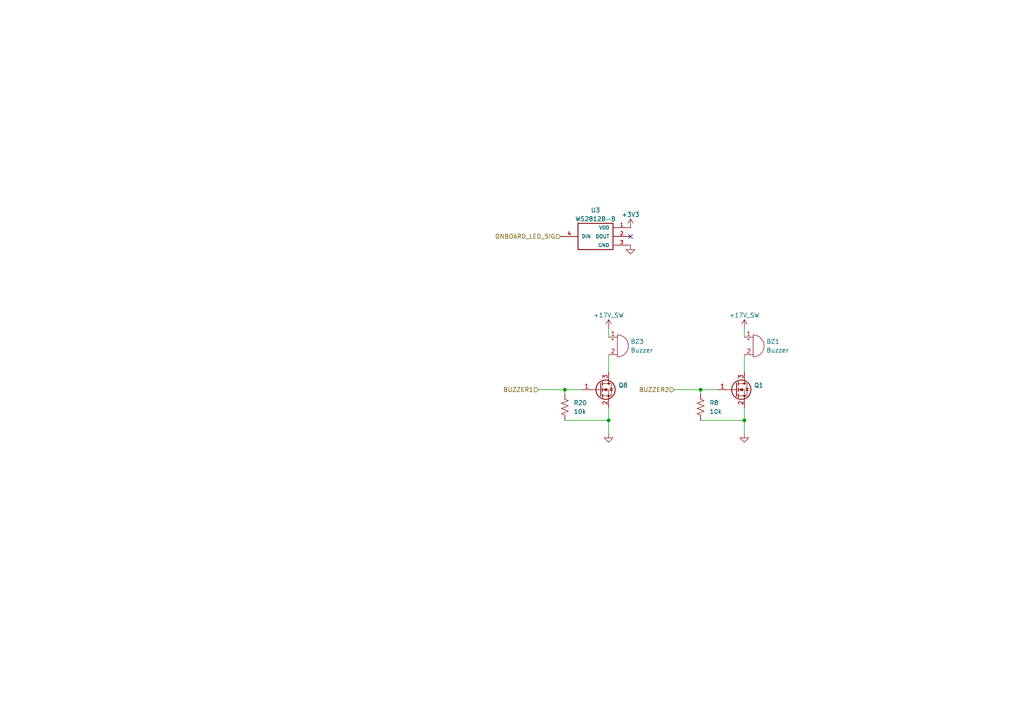
<source format=kicad_sch>
(kicad_sch (version 20231120) (generator "eeschema") (generator_version "8.0")
  (paper "A4")
  (lib_symbols
    (symbol "Device:Buzzer" (pin_names (offset 0.0254) hide)
      (property "Reference" "BZ" (at 3.81 1.27 0))
      (property "Value" "Buzzer" (at 3.81 -1.27 0))
      (symbol "Buzzer_0_1"
        (arc (start 0 -3.175) (mid 3.1612 0) (end 0 3.175))
        (polyline (pts (xy -1.651 1.905) (xy -1.143 1.905)))
        (polyline (pts (xy -1.397 2.159) (xy -1.397 1.651)))
        (polyline (pts (xy 0 3.175) (xy 0 -3.175)))
      )
      (symbol "Buzzer_1_1"
        (pin passive line (at -2.54 2.54 0) (length 2.54) (name "+") (number "1"))
        (pin passive line (at -2.54 -2.54 0) (length 2.54) (name "-") (number "2"))
      )
    )
    (symbol "Device:Q_NMOS_GSD" (pin_names (offset 0) hide)
      (property "Reference" "Q" (at 5.08 1.27 0))
      (property "Value" "Q_NMOS_GSD" (at 5.08 -1.27 0))
      (symbol "Q_NMOS_GSD_0_1"
        (polyline (pts (xy 0.254 0) (xy -2.54 0)))
        (polyline (pts (xy 0.254 1.905) (xy 0.254 -1.905)) (stroke (width 0.254)))
        (polyline (pts (xy 0.762 -1.27) (xy 0.762 -2.286)) (stroke (width 0.254)))
        (polyline (pts (xy 0.762 0.508) (xy 0.762 -0.508)) (stroke (width 0.254)))
        (polyline (pts (xy 0.762 2.286) (xy 0.762 1.27)) (stroke (width 0.254)))
        (polyline (pts (xy 2.54 2.54) (xy 2.54 1.778)))
        (polyline (pts (xy 2.54 -2.54) (xy 2.54 0) (xy 0.762 0)))
        (polyline (pts (xy 0.762 -1.778) (xy 3.302 -1.778) (xy 3.302 1.778) (xy 0.762 1.778)))
        (polyline (pts (xy 1.016 0) (xy 2.032 0.381) (xy 2.032 -0.381) (xy 1.016 0)) (fill (type outline)))
        (polyline (pts (xy 2.794 0.508) (xy 2.921 0.381) (xy 3.683 0.381) (xy 3.81 0.254)))
        (polyline (pts (xy 3.302 0.381) (xy 2.921 -0.254) (xy 3.683 -0.254) (xy 3.302 0.381)))
        (circle (center 1.651 0) (radius 2.794) (stroke (width 0.254)))
        (circle (center 2.54 -1.778) (radius 0.254) (fill (type outline)))
        (circle (center 2.54 1.778) (radius 0.254) (fill (type outline)))
      )
      (symbol "Q_NMOS_GSD_1_1"
        (pin input line (at -5.08 0 0) (length 2.54) (name "G") (number "1"))
        (pin passive line (at 2.54 -5.08 90) (length 2.54) (name "S") (number "2"))
        (pin passive line (at 2.54 5.08 270) (length 2.54) (name "D") (number "3"))
      )
    )
    (symbol "Device:R_US" (pin_numbers hide) (pin_names (offset 0))
      (property "Reference" "R" (at 2.54 0 90))
      (property "Value" "R_US" (at -2.54 0 90))
      (symbol "R_US_0_1"
        (polyline (pts (xy 0 -2.286) (xy 0 -2.54)))
        (polyline (pts (xy 0 2.286) (xy 0 2.54)))
        (polyline (pts (xy 0 -0.762) (xy 1.016 -1.143) (xy 0 -1.524) (xy -1.016 -1.905) (xy 0 -2.286)))
        (polyline (pts (xy 0 0.762) (xy 1.016 0.381) (xy 0 0) (xy -1.016 -0.381) (xy 0 -0.762)))
        (polyline (pts (xy 0 2.286) (xy 1.016 1.905) (xy 0 1.524) (xy -1.016 1.143) (xy 0 0.762)))
      )
      (symbol "R_US_1_1"
        (pin passive line (at 0 3.81 270) (length 1.27) (name "~") (number "1"))
        (pin passive line (at 0 -3.81 90) (length 1.27) (name "~") (number "2"))
      )
    )
    (symbol "WS2812B:WS2812B-B" (pin_names (offset 1.016))
      (property "Reference" "U" (at -10.16 8.128 0))
      (property "Value" "WS2812B-B" (at -8.89 -2.54 0))
      (symbol "WS2812B-B_1_0"
        (rectangle (start -7.62 7.62) (end 2.54 0) (stroke (width 0.254)))
        (pin power_in line (at 7.62 6.35 180) (length 5.08) (name "VDD") (number "1"))
        (pin output line (at 7.62 3.81 180) (length 5.08) (name "DOUT") (number "2"))
        (pin power_in line (at 7.62 1.27 180) (length 5.08) (name "GND") (number "3"))
        (pin input line (at -12.7 3.81 0) (length 5.08) (name "DIN") (number "4"))
      )
    )
    (symbol "power:+12VA" (power) (pin_numbers hide) (pin_names (offset 0) hide)
      (property "Value" "+12VA" (at 0 3.556 0))
      (symbol "+12VA_0_1"
        (polyline (pts (xy -0.762 1.27) (xy 0 2.54)))
        (polyline (pts (xy 0 0) (xy 0 2.54)))
        (polyline (pts (xy 0 2.54) (xy 0.762 1.27)))
      )
      (symbol "+12VA_1_1"
        (pin power_in line (at 0 0 90) (length 0) (name "~") (number "1"))
      )
    )
    (symbol "power:+3V3" (power) (pin_names (offset 0))
      (property "Value" "+3V3" (at 0 3.556 0))
      (symbol "+3V3_0_1"
        (polyline (pts (xy -0.762 1.27) (xy 0 2.54)))
        (polyline (pts (xy 0 0) (xy 0 2.54)))
        (polyline (pts (xy 0 2.54) (xy 0.762 1.27)))
      )
      (symbol "+3V3_1_1"
        (pin power_in line (at 0 0 90) (length 0) hide (name "+3V3") (number "1"))
      )
    )
    (symbol "power:GND" (power) (pin_names (offset 0))
      (symbol "GND_0_1"
        (polyline (pts (xy 0 0) (xy 0 -1.27) (xy 1.27 -1.27) (xy 0 -2.54) (xy -1.27 -1.27) (xy 0 -1.27)))
      )
      (symbol "GND_1_1"
        (pin power_in line (at 0 0 270) (length 0) hide (name "GND") (number "1"))
      )
    )
  )
  (junction (at 163.83 113.03))
  (junction (at 203.2 113.03))
  (junction (at 215.9 121.92))
  (junction (at 176.53 121.92))
  (no_connect (at 182.88 68.58))
  (wire (pts (xy 203.2 114.3) (xy 203.2 113.03)))
  (wire (pts (xy 163.83 113.03) (xy 168.91 113.03)))
  (wire (pts (xy 195.58 113.03) (xy 203.2 113.03)))
  (wire (pts (xy 176.53 102.87) (xy 176.53 107.95)))
  (wire (pts (xy 176.53 121.92) (xy 176.53 125.73)))
  (wire (pts (xy 163.83 121.92) (xy 176.53 121.92)))
  (wire (pts (xy 215.9 118.11) (xy 215.9 121.92)))
  (wire (pts (xy 215.9 102.87) (xy 215.9 107.95)))
  (wire (pts (xy 163.83 114.3) (xy 163.83 113.03)))
  (wire (pts (xy 176.53 118.11) (xy 176.53 121.92)))
  (wire (pts (xy 176.53 95.25) (xy 176.53 97.79)))
  (wire (pts (xy 203.2 113.03) (xy 208.28 113.03)))
  (wire (pts (xy 215.9 121.92) (xy 215.9 125.73)))
  (wire (pts (xy 156.21 113.03) (xy 163.83 113.03)))
  (wire (pts (xy 203.2 121.92) (xy 215.9 121.92)))
  (wire (pts (xy 215.9 95.25) (xy 215.9 97.79)))
  (hierarchical_label "BUZZER1" (shape input) (at 156.21 113.03 180))
  (hierarchical_label "BUZZER2" (shape input) (at 195.58 113.03 180))
  (hierarchical_label "ONBOARD_LED_SIG" (shape input) (at 162.56 68.58 180))
  (symbol (lib_id "Device:R_US") (at 163.83 118.11 0) (unit 1)
    (property "Reference" "R20" (at 166.37 116.8399 0) (effects (justify left)))
    (property "Value" "10k" (at 166.37 119.3799 0) (effects (justify left)))
    (property "Footprint" "Resistor_SMD:R_0402_1005Metric" (effects (hide yes)))
    (property "Description" "Resistor, US symbol" (effects (hide yes)))
    (property "MANUFACTURER" "P10.0KLCT-ND" (effects (hide yes)))
  )
  (symbol (lib_id "power:+12VA") (at 176.53 95.25 0) (unit 1)
    (property "Reference" "#PWR051" (effects (hide yes)))
    (property "Value" "+17V_SW" (at 176.53 91.44 0))
    (property "Description" "Power symbol creates a global label with name \"+12VA\"" (effects (hide yes)))
  )
  (symbol (lib_id "power:GND") (at 215.9 125.73 0) (unit 1)
    (property "Reference" "#PWR035" (effects (hide yes)))
    (property "Value" "GND" (effects (hide yes)))
  )
  (symbol (lib_id "Device:Buzzer") (at 218.44 100.33 0) (unit 1)
    (property "Reference" "BZ1" (at 222.25 99.0599 0) (effects (justify left)))
    (property "Value" "Buzzer" (at 222.25 101.5999 0) (effects (justify left)))
    (property "Footprint" "Buzzer_Beeper:Buzzer_12x9.5RM7.6" (effects (hide yes)))
    (property "Description" "Buzzer, polarized" (effects (hide yes)))
  )
  (symbol (lib_id "power:GND") (at 176.53 125.73 0) (unit 1)
    (property "Reference" "#PWR052" (effects (hide yes)))
    (property "Value" "GND" (effects (hide yes)))
  )
  (symbol (lib_id "Device:Q_NMOS_GSD") (at 213.36 113.03 0) (unit 1)
    (property "Reference" "Q1" (at 218.694 111.76 0) (effects (justify left)))
    (property "Value" "Q_NMOS_GSD" (effects (hide yes)))
    (property "Footprint" "Package_TO_SOT_SMD:SOT-23" (effects (hide yes)))
    (property "Description" "N-MOSFET transistor, gate/source/drain" (effects (hide yes)))
    (property "MANUFACTURER" "PMV15UNEAR" (effects (hide yes)))
  )
  (symbol (lib_id "power:GND") (at 182.88 71.12 0) (unit 1)
    (property "Reference" "#PWR022" (effects (hide yes)))
    (property "Value" "GND" (effects (hide yes)))
  )
  (symbol (lib_id "Device:Buzzer") (at 179.07 100.33 0) (unit 1)
    (property "Reference" "BZ3" (at 182.88 99.0599 0) (effects (justify left)))
    (property "Value" "Buzzer" (at 182.88 101.5999 0) (effects (justify left)))
    (property "Footprint" "Buzzer_Beeper:Buzzer_12x9.5RM7.6" (effects (hide yes)))
    (property "Description" "Buzzer, polarized" (effects (hide yes)))
  )
  (symbol (lib_id "Device:Q_NMOS_GSD") (at 173.99 113.03 0) (unit 1)
    (property "Reference" "Q8" (at 179.324 111.76 0) (effects (justify left)))
    (property "Value" "Q_NMOS_GSD" (effects (hide yes)))
    (property "Footprint" "Package_TO_SOT_SMD:SOT-23" (effects (hide yes)))
    (property "Description" "N-MOSFET transistor, gate/source/drain" (effects (hide yes)))
    (property "MANUFACTURER" "PMV15UNEAR" (effects (hide yes)))
  )
  (symbol (lib_id "power:+3V3") (at 182.88 66.04 0) (unit 1)
    (property "Reference" "#PWR021" (effects (hide yes)))
    (property "Value" "+3V3" (at 182.88 62.23 0))
  )
  (symbol (lib_id "Device:R_US") (at 203.2 118.11 0) (unit 1)
    (property "Reference" "R8" (at 205.74 116.8399 0) (effects (justify left)))
    (property "Value" "10k" (at 205.74 119.3799 0) (effects (justify left)))
    (property "Footprint" "Resistor_SMD:R_0402_1005Metric" (effects (hide yes)))
    (property "Description" "Resistor, US symbol" (effects (hide yes)))
    (property "MANUFACTURER" "P10.0KLCT-ND" (effects (hide yes)))
  )
  (symbol (lib_id "WS2812B:WS2812B-B") (at 175.26 72.39 0) (unit 1)
    (property "Reference" "U3" (at 172.72 60.96 0))
    (property "Value" "WS2812B-B" (at 172.72 63.5 0))
    (property "Footprint" "MyFootprints:LED_WS2812B-B" (effects (hide yes)))
    (property "PARTREV" "5" (effects (hide yes)))
    (property "STANDARD" "Manufacturer Recommendations" (effects (hide yes)))
    (property "MAXIMUM_PACKAGE_HIEGHT" "1.62 mm" (effects (hide yes)))
  )
  (symbol (lib_id "power:+12VA") (at 215.9 95.25 0) (unit 1)
    (property "Reference" "#PWR034" (effects (hide yes)))
    (property "Value" "+17V_SW" (at 215.9 91.44 0))
    (property "Description" "Power symbol creates a global label with name \"+12VA\"" (effects (hide yes)))
  )
)
</source>
